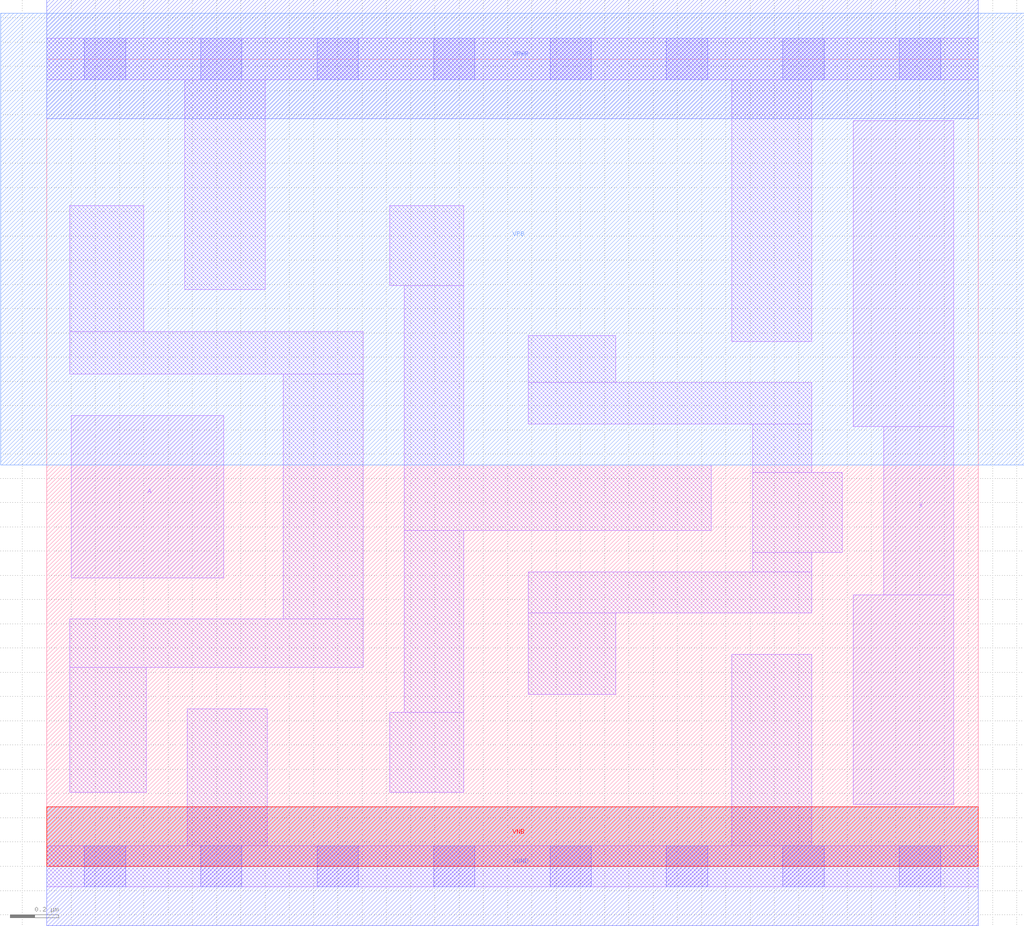
<source format=lef>
# Copyright 2020 The SkyWater PDK Authors
#
# Licensed under the Apache License, Version 2.0 (the "License");
# you may not use this file except in compliance with the License.
# You may obtain a copy of the License at
#
#     https://www.apache.org/licenses/LICENSE-2.0
#
# Unless required by applicable law or agreed to in writing, software
# distributed under the License is distributed on an "AS IS" BASIS,
# WITHOUT WARRANTIES OR CONDITIONS OF ANY KIND, either express or implied.
# See the License for the specific language governing permissions and
# limitations under the License.
#
# SPDX-License-Identifier: Apache-2.0

VERSION 5.7 ;
  NOWIREEXTENSIONATPIN ON ;
  DIVIDERCHAR "/" ;
  BUSBITCHARS "[]" ;
MACRO sky130_fd_sc_lp__dlygate4s50_1
  CLASS CORE ;
  FOREIGN sky130_fd_sc_lp__dlygate4s50_1 ;
  ORIGIN  0.000000  0.000000 ;
  SIZE  3.840000 BY  3.330000 ;
  SYMMETRY X Y R90 ;
  SITE unit ;
  PIN A
    ANTENNAGATEAREA  0.126000 ;
    DIRECTION INPUT ;
    USE SIGNAL ;
    PORT
      LAYER li1 ;
        RECT 0.100000 1.190000 0.730000 1.860000 ;
    END
  END A
  PIN X
    ANTENNADIFFAREA  0.556500 ;
    DIRECTION OUTPUT ;
    USE SIGNAL ;
    PORT
      LAYER li1 ;
        RECT 3.325000 0.255000 3.740000 1.120000 ;
        RECT 3.325000 1.815000 3.740000 3.075000 ;
        RECT 3.450000 1.120000 3.740000 1.815000 ;
    END
  END X
  PIN VGND
    DIRECTION INOUT ;
    USE GROUND ;
    PORT
      LAYER met1 ;
        RECT 0.000000 -0.245000 3.840000 0.245000 ;
    END
  END VGND
  PIN VNB
    DIRECTION INOUT ;
    USE GROUND ;
    PORT
      LAYER pwell ;
        RECT 0.000000 0.000000 3.840000 0.245000 ;
    END
  END VNB
  PIN VPB
    DIRECTION INOUT ;
    USE POWER ;
    PORT
      LAYER nwell ;
        RECT -0.190000 1.655000 4.030000 3.520000 ;
    END
  END VPB
  PIN VPWR
    DIRECTION INOUT ;
    USE POWER ;
    PORT
      LAYER met1 ;
        RECT 0.000000 3.085000 3.840000 3.575000 ;
    END
  END VPWR
  OBS
    LAYER li1 ;
      RECT 0.000000 -0.085000 3.840000 0.085000 ;
      RECT 0.000000  3.245000 3.840000 3.415000 ;
      RECT 0.095000  0.305000 0.410000 0.820000 ;
      RECT 0.095000  0.820000 1.305000 1.020000 ;
      RECT 0.095000  2.030000 1.305000 2.205000 ;
      RECT 0.095000  2.205000 0.400000 2.725000 ;
      RECT 0.570000  2.380000 0.900000 3.245000 ;
      RECT 0.580000  0.085000 0.910000 0.650000 ;
      RECT 0.975000  1.020000 1.305000 2.030000 ;
      RECT 1.415000  0.305000 1.720000 0.635000 ;
      RECT 1.415000  2.395000 1.720000 2.725000 ;
      RECT 1.475000  0.635000 1.720000 1.385000 ;
      RECT 1.475000  1.385000 2.740000 1.655000 ;
      RECT 1.475000  1.655000 1.720000 2.395000 ;
      RECT 1.985000  0.710000 2.345000 1.045000 ;
      RECT 1.985000  1.045000 3.155000 1.215000 ;
      RECT 1.985000  1.825000 3.155000 1.995000 ;
      RECT 1.985000  1.995000 2.345000 2.190000 ;
      RECT 2.825000  0.085000 3.155000 0.875000 ;
      RECT 2.825000  2.165000 3.155000 3.245000 ;
      RECT 2.910000  1.215000 3.155000 1.295000 ;
      RECT 2.910000  1.295000 3.280000 1.625000 ;
      RECT 2.910000  1.625000 3.155000 1.825000 ;
    LAYER mcon ;
      RECT 0.155000 -0.085000 0.325000 0.085000 ;
      RECT 0.155000  3.245000 0.325000 3.415000 ;
      RECT 0.635000 -0.085000 0.805000 0.085000 ;
      RECT 0.635000  3.245000 0.805000 3.415000 ;
      RECT 1.115000 -0.085000 1.285000 0.085000 ;
      RECT 1.115000  3.245000 1.285000 3.415000 ;
      RECT 1.595000 -0.085000 1.765000 0.085000 ;
      RECT 1.595000  3.245000 1.765000 3.415000 ;
      RECT 2.075000 -0.085000 2.245000 0.085000 ;
      RECT 2.075000  3.245000 2.245000 3.415000 ;
      RECT 2.555000 -0.085000 2.725000 0.085000 ;
      RECT 2.555000  3.245000 2.725000 3.415000 ;
      RECT 3.035000 -0.085000 3.205000 0.085000 ;
      RECT 3.035000  3.245000 3.205000 3.415000 ;
      RECT 3.515000 -0.085000 3.685000 0.085000 ;
      RECT 3.515000  3.245000 3.685000 3.415000 ;
  END
END sky130_fd_sc_lp__dlygate4s50_1
END LIBRARY

</source>
